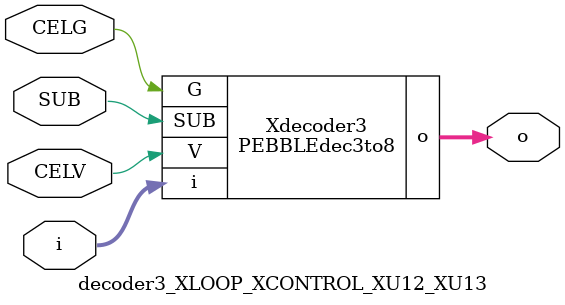
<source format=v>



module PEBBLEdec3to8 ( o, G, V, i, SUB );

  input V;
  input  [2:0] i;
  input G;
  output  [7:0] o;
  input SUB;
endmodule

//Celera Confidential Do Not Copy decoder3_XLOOP_XCONTROL_XU12_XU13
//Celera Confidential Symbol Generator
//DECODER
module decoder3_XLOOP_XCONTROL_XU12_XU13 (CELV,i,o,
CELG,SUB);
input CELV;
input [2:0] i;
output [7:0] o;
input CELG;
input SUB;

//Celera Confidential Do Not Copy Pin i
wire[2:0] i;

//Celera Confidential Do Not Copy Pin o
wire[7:0] o;

//Celera Confidential Do Not Copy PEBBLEdec3to8
PEBBLEdec3to8 Xdecoder3(
.V (CELV),
.i (i[2:0]),
.o (o[7:0]),
.SUB (SUB),
.G (CELG)
);
//,diesize,PEBBLEdec3to8

//Celera Confidential Do Not Copy Module End
//Celera Schematic Generator
endmodule

</source>
